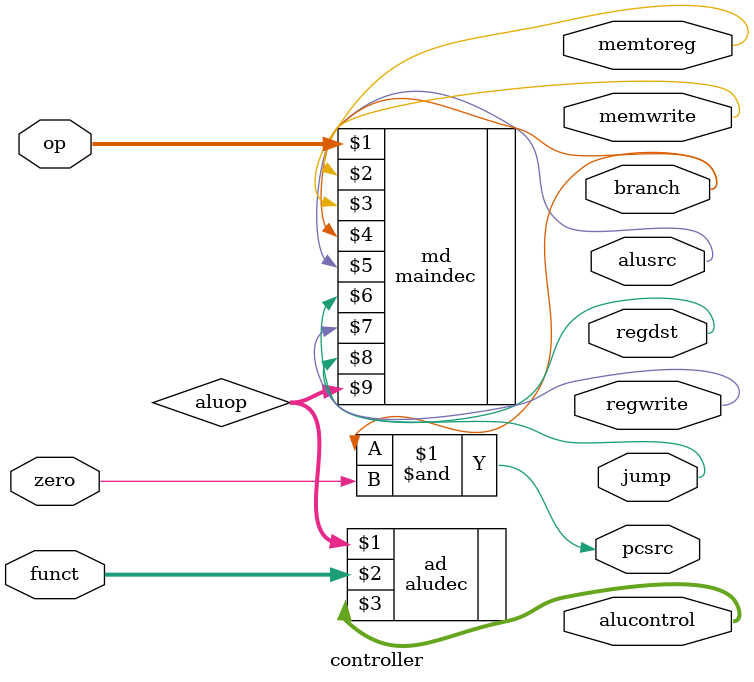
<source format=sv>
`ifndef CONTROLLER
`define CONTROLLER

`timescale 1ns/100ps

`include "../maindec/maindec.sv"
`include "../aludec/aludec.sv"

module controller
    #(parameter n = 16)(
    //
    // ---------------- PORT DEFINITIONS ----------------
    //
    input  logic [2:0] op, funct,
    input  logic       zero,
    output logic       memtoreg, memwrite,
    output logic       pcsrc, alusrc,
    output logic       regdst, regwrite,
    output logic       jump,
    output logic       branch,
    output logic [2:0] alucontrol
);
    //
    // ---------------- MODULE DESIGN IMPLEMENTATION ----------------
    //
    logic [1:0] aluop;
    // logic       branch;
    
    // CPU main decoder
    maindec md(op, memtoreg, memwrite, branch, alusrc, regdst, regwrite, jump, aluop);
    // CPU's ALU decoder
    aludec  ad( aluop, funct, alucontrol);

  assign pcsrc = branch & zero;

endmodule

`endif // CONTROLLER

</source>
